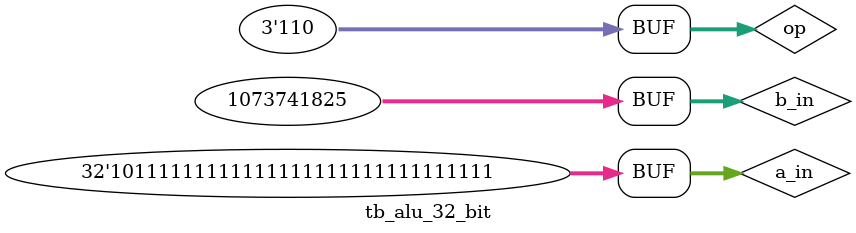
<source format=v>
`timescale 1ns / 1ps


module tb_alu_32_bit;

	// Inputs
	reg [31:0] a_in;
	reg [31:0] b_in;
	reg [2:0] op;

	// Outputs
	wire [31:0] result;
	wire zero;
	wire overflow;

	// Instantiate the Unit Under Test (UUT)
	alu_32_bit uut (
		.a_in(a_in), 
		.b_in(b_in), 
		.op(op), 
		.result(result), 
		.zero(zero), 
		.overflow(overflow)
	);

	initial begin
		// Initialize Inputs
		a_in = 32'h0000_0000;
		b_in = 32'h0000_0000;
		op = 3'b000;

		// Wait 100 ns for global reset to finish
		#100;
		       
		// Add stimulus here
		
		//////////////////////////
		// AND operation check  //
		//////////////////////////		
		op	 	=  3'b000;
		a_in 	= 32'h0000_0000; b_in = 32'hffff_ffff; 
		#20;
		a_in 	= 32'hf0f0_f0f0; b_in = 32'hffff_ffff; 
		#20;

		//////////////////////////
		// OR operation check   //
		//////////////////////////			
		op	  	=  3'b001;		
		a_in 	= 32'hffff_0000; b_in = 32'hffff_ffff;
		#20;
		a_in 	= 32'hf0f0_f0f0; b_in = 32'hffff_0000;
		
		//////////////////////////
		// ADD operation check  //
		//////////////////////////		
		op	 	=  3'b010;		
		a_in 	= 32'h0000_0001;
		b_in 	= 32'h0000_0005;
		#20;
		
		a_in 	= 32'h0000_ffff;
		b_in 	= 32'h0000_0001;
		#20;

		//////////////////////////
		// SUB operation check  //
		//////////////////////////			
		op	  	=  3'b110;		
		a_in 	= 32'h0000_0005;
		b_in 	= 32'h0000_0003;
		#20;
		
		a_in 	= 32'h0000_0003;
		b_in 	= 32'h0000_0005;
		#20;

		//////////////////////////
		// Zero operation check //
		//////////////////////////	
		op	  	=  3'b111;

		// A > B => 0
		a_in 	= 32'h0000_0005;
		b_in 	= 32'h0000_0003;
		#20;

		// A < B => 1		
		a_in 	= 32'h0000_0003;
		b_in	= 32'h0000_0005;
		#20;
		
		//////////////////////////
		// Zero operation check //
		//////////////////////////	
		op	  	=  3'b110;
		a_in  	= 32'h0000_ffff;
		b_in 	= 32'h0000_ffff;
		#20;
		
		
		//////////////////////////
		///   Overflow check   ///
		//////////////////////////
		
		// There's four cases of overflow
		// (+) + (+) => (-)
		// (-) + (-) => (+)
		// (+) - (-) => (-)
		// (-) - (+) => (+)
		
		// add case overflow
		// (+) + (+) => (-)
		op	  	=  3'b010;
		a_in 	= 32'h7fff_ffff;
		b_in 	= 32'h4000_0000;
		#20;
		
		// (-) + (-) => (+)
		a_in 	= 32'hbfff_ffff;
		b_in 	= 32'hbfff_ffff;
		#20;
		
		// sub case overflow
		// (+) - (-) => (-)
		op	  	=  3'b110;
		a_in 	= 32'h7fff_ffff;
		b_in 	= 32'hcfff_ffff;
		#20;
		
		// (-) - (+) => (+)
		a_in 	= 32'hbfff_ffff;
		b_in 	= 32'h4000_0001;
		#20;
	end
      
endmodule


</source>
